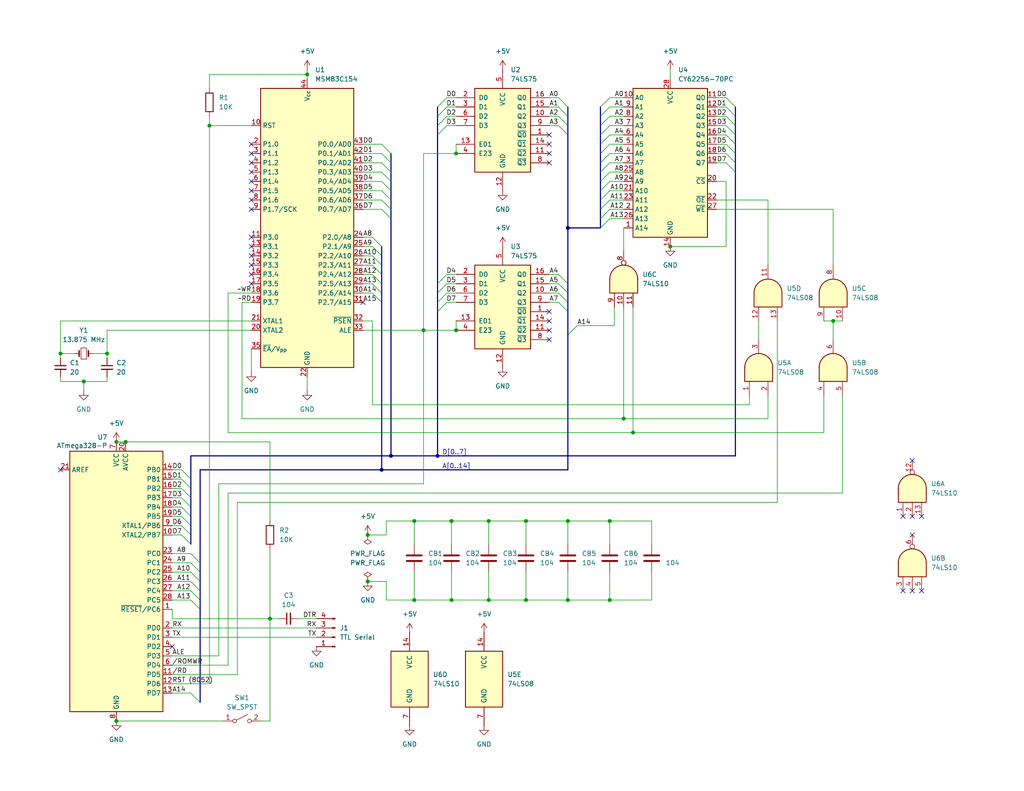
<source format=kicad_sch>
(kicad_sch (version 20250114) (generator "eeschema") (generator_version "9.0")
  (paper "USLetter")
  (lib_symbols
    (symbol "74xx:74LS08" (pin_names (offset 1.016))
      (property "Reference" "U" (at 0 1.27 0))
      (property "Value" "74LS08" (at 0 -1.27 0))
      (symbol "74LS08_1_1"
        (pin input line (at -7.62 2.54 0) (length 3.81) (name "~") (number "1"))
        (pin input line (at -7.62 -2.54 0) (length 3.81) (name "~") (number "2"))
        (pin output line (at 7.62 0 180) (length 3.81) (name "~") (number "3"))
      )
      (symbol "74LS08_1_2"
        (pin input inverted (at -7.62 2.54 0) (length 4.318) (name "~") (number "1"))
        (pin input inverted (at -7.62 -2.54 0) (length 4.318) (name "~") (number "2"))
        (pin output inverted (at 7.62 0 180) (length 3.81) (name "~") (number "3"))
      )
      (symbol "74LS08_2_1"
        (pin input line (at -7.62 2.54 0) (length 3.81) (name "~") (number "4"))
        (pin input line (at -7.62 -2.54 0) (length 3.81) (name "~") (number "5"))
        (pin output line (at 7.62 0 180) (length 3.81) (name "~") (number "6"))
      )
      (symbol "74LS08_2_2"
        (pin input inverted (at -7.62 2.54 0) (length 4.318) (name "~") (number "4"))
        (pin input inverted (at -7.62 -2.54 0) (length 4.318) (name "~") (number "5"))
        (pin output inverted (at 7.62 0 180) (length 3.81) (name "~") (number "6"))
      )
      (symbol "74LS08_3_1"
        (pin input line (at -7.62 2.54 0) (length 3.81) (name "~") (number "9"))
        (pin input line (at -7.62 -2.54 0) (length 3.81) (name "~") (number "10"))
        (pin output line (at 7.62 0 180) (length 3.81) (name "~") (number "8"))
      )
      (symbol "74LS08_3_2"
        (pin input inverted (at -7.62 2.54 0) (length 4.318) (name "~") (number "9"))
        (pin input inverted (at -7.62 -2.54 0) (length 4.318) (name "~") (number "10"))
        (pin output inverted (at 7.62 0 180) (length 3.81) (name "~") (number "8"))
      )
      (symbol "74LS08_4_1"
        (pin input line (at -7.62 2.54 0) (length 3.81) (name "~") (number "12"))
        (pin input line (at -7.62 -2.54 0) (length 3.81) (name "~") (number "13"))
        (pin output line (at 7.62 0 180) (length 3.81) (name "~") (number "11"))
      )
      (symbol "74LS08_4_2"
        (pin input inverted (at -7.62 2.54 0) (length 4.318) (name "~") (number "12"))
        (pin input inverted (at -7.62 -2.54 0) (length 4.318) (name "~") (number "13"))
        (pin output inverted (at 7.62 0 180) (length 3.81) (name "~") (number "11"))
      )
      (symbol "74LS08_5_0"
        (pin power_in line (at 0 12.7 270) (length 5.08) (name "VCC") (number "14"))
        (pin power_in line (at 0 -12.7 90) (length 5.08) (name "GND") (number "7"))
      )
    )
    (symbol "74xx:74LS10" (pin_names (offset 1.016))
      (property "Reference" "U" (at 0 1.27 0))
      (property "Value" "74LS10" (at 0 -1.27 0))
      (symbol "74LS10_1_1"
        (pin input line (at -7.62 2.54 0) (length 3.81) (name "~") (number "1"))
        (pin input line (at -7.62 0 0) (length 3.81) (name "~") (number "2"))
        (pin input line (at -7.62 -2.54 0) (length 3.81) (name "~") (number "13"))
        (pin output inverted (at 7.62 0 180) (length 3.81) (name "~") (number "12"))
      )
      (symbol "74LS10_1_2"
        (pin input inverted (at -7.62 2.54 0) (length 4.318) (name "~") (number "1"))
        (pin input inverted (at -7.62 0 0) (length 4.953) (name "~") (number "2"))
        (pin input inverted (at -7.62 -2.54 0) (length 4.318) (name "~") (number "13"))
        (pin output line (at 7.62 0 180) (length 3.81) (name "~") (number "12"))
      )
      (symbol "74LS10_2_1"
        (pin input line (at -7.62 2.54 0) (length 3.81) (name "~") (number "3"))
        (pin input line (at -7.62 0 0) (length 3.81) (name "~") (number "4"))
        (pin input line (at -7.62 -2.54 0) (length 3.81) (name "~") (number "5"))
        (pin output inverted (at 7.62 0 180) (length 3.81) (name "~") (number "6"))
      )
      (symbol "74LS10_2_2"
        (pin input inverted (at -7.62 2.54 0) (length 4.318) (name "~") (number "3"))
        (pin input inverted (at -7.62 0 0) (length 4.953) (name "~") (number "4"))
        (pin input inverted (at -7.62 -2.54 0) (length 4.318) (name "~") (number "5"))
        (pin output line (at 7.62 0 180) (length 3.81) (name "~") (number "6"))
      )
      (symbol "74LS10_3_1"
        (pin input line (at -7.62 2.54 0) (length 3.81) (name "~") (number "9"))
        (pin input line (at -7.62 0 0) (length 3.81) (name "~") (number "10"))
        (pin input line (at -7.62 -2.54 0) (length 3.81) (name "~") (number "11"))
        (pin output inverted (at 7.62 0 180) (length 3.81) (name "~") (number "8"))
      )
      (symbol "74LS10_3_2"
        (pin input inverted (at -7.62 2.54 0) (length 4.318) (name "~") (number "9"))
        (pin input inverted (at -7.62 0 0) (length 4.953) (name "~") (number "10"))
        (pin input inverted (at -7.62 -2.54 0) (length 4.318) (name "~") (number "11"))
        (pin output line (at 7.62 0 180) (length 3.81) (name "~") (number "8"))
      )
      (symbol "74LS10_4_0"
        (pin power_in line (at 0 12.7 270) (length 5.08) (name "VCC") (number "14"))
        (pin power_in line (at 0 -12.7 90) (length 5.08) (name "GND") (number "7"))
      )
    )
    (symbol "74xx:74LS75" (pin_names (offset 1.016))
      (property "Reference" "U" (at -7.62 11.43 0))
      (property "Value" "74LS75" (at -7.62 -13.97 0))
      (symbol "74LS75_1_0"
        (pin input line (at -12.7 7.62 0) (length 5.08) (name "D0") (number "2"))
        (pin input line (at -12.7 5.08 0) (length 5.08) (name "D1") (number "3"))
        (pin input line (at -12.7 2.54 0) (length 5.08) (name "D2") (number "6"))
        (pin input line (at -12.7 0 0) (length 5.08) (name "D3") (number "7"))
        (pin input line (at -12.7 -5.08 0) (length 5.08) (name "E01") (number "13"))
        (pin input line (at -12.7 -7.62 0) (length 5.08) (name "E23") (number "4"))
        (pin power_in line (at 0 15.24 270) (length 5.08) (name "VCC") (number "5"))
        (pin power_in line (at 0 -17.78 90) (length 5.08) (name "GND") (number "12"))
        (pin output line (at 12.7 7.62 180) (length 5.08) (name "Q0") (number "16"))
        (pin output line (at 12.7 5.08 180) (length 5.08) (name "Q1") (number "15"))
        (pin output line (at 12.7 2.54 180) (length 5.08) (name "Q2") (number "10"))
        (pin output line (at 12.7 0 180) (length 5.08) (name "Q3") (number "9"))
        (pin output line (at 12.7 -2.54 180) (length 5.08) (name "~{Q0}") (number "1"))
        (pin output line (at 12.7 -5.08 180) (length 5.08) (name "~{Q1}") (number "14"))
        (pin output line (at 12.7 -7.62 180) (length 5.08) (name "~{Q2}") (number "11"))
        (pin output line (at 12.7 -10.16 180) (length 5.08) (name "~{Q3}") (number "8"))
      )
    )
    (symbol "Connector:Conn_01x04_Pin" (pin_names (offset 1.016) (hide yes))
      (property "Reference" "J" (at 0 5.08 0))
      (property "Value" "Conn_01x04_Pin" (at 0 -7.62 0))
      (symbol "Conn_01x04_Pin_1_1"
        (pin passive line (at 5.08 2.54 180) (length 3.81) (name "Pin_1") (number "1"))
        (pin passive line (at 5.08 0 180) (length 3.81) (name "Pin_2") (number "2"))
        (pin passive line (at 5.08 -2.54 180) (length 3.81) (name "Pin_3") (number "3"))
        (pin passive line (at 5.08 -5.08 180) (length 3.81) (name "Pin_4") (number "4"))
      )
    )
    (symbol "Device:C" (pin_numbers (hide yes)) (pin_names (offset 0.254))
      (property "Reference" "C" (at 0.635 2.54 0))
      (property "Value" "C" (at 0.635 -2.54 0))
      (symbol "C_1_1"
        (pin passive line (at 0 3.81 270) (length 2.794) (name "~") (number "1"))
        (pin passive line (at 0 -3.81 90) (length 2.794) (name "~") (number "2"))
      )
    )
    (symbol "Device:C_Small" (pin_numbers (hide yes)) (pin_names (offset 0.254) (hide yes))
      (property "Reference" "C" (at 0.254 1.778 0))
      (property "Value" "C_Small" (at 0.254 -2.032 0))
      (symbol "C_Small_1_1"
        (pin passive line (at 0 2.54 270) (length 2.032) (name "~") (number "1"))
        (pin passive line (at 0 -2.54 90) (length 2.032) (name "~") (number "2"))
      )
    )
    (symbol "Device:Crystal_Small" (pin_numbers (hide yes)) (pin_names (offset 1.016) (hide yes))
      (property "Reference" "Y" (at 0 2.54 0))
      (property "Value" "Crystal_Small" (at 0 -2.54 0))
      (symbol "Crystal_Small_1_1"
        (pin passive line (at -2.54 0 0) (length 1.27) (name "1") (number "1"))
        (pin passive line (at 2.54 0 180) (length 1.27) (name "2") (number "2"))
      )
    )
    (symbol "Device:R" (pin_numbers (hide yes)) (pin_names (offset 0))
      (property "Reference" "R" (at 2.032 0 90))
      (property "Value" "R" (at 0 0 90))
      (symbol "R_1_1"
        (pin passive line (at 0 3.81 270) (length 1.27) (name "~") (number "1"))
        (pin passive line (at 0 -3.81 90) (length 1.27) (name "~") (number "2"))
      )
    )
    (symbol "MCU_Microchip_8051:AT89x51xxJ"
      (property "Reference" "U" (at 0 0 0))
      (property "Value" "AT89x51xxJ" (at 0 0 0))
      (symbol "AT89x51xxJ_1_0"
        (pin bidirectional line (at -15.24 17.78 0) (length 2.54) (name "P1.2") (number "4"))
      )
      (symbol "AT89x51xxJ_1_1"
        (pin input line (at -15.24 27.94 0) (length 2.54) (name "RST") (number "10"))
        (pin bidirectional line (at -15.24 22.86 0) (length 2.54) (name "P1.0") (number "2"))
        (pin bidirectional line (at -15.24 20.32 0) (length 2.54) (name "P1.1") (number "3"))
        (pin bidirectional line (at -15.24 15.24 0) (length 2.54) (name "P1.3") (number "5"))
        (pin bidirectional line (at -15.24 12.7 0) (length 2.54) (name "P1.4") (number "6"))
        (pin bidirectional line (at -15.24 10.16 0) (length 2.54) (name "P1.5") (number "7"))
        (pin bidirectional line (at -15.24 7.62 0) (length 2.54) (name "P1.6") (number "8"))
        (pin bidirectional line (at -15.24 5.08 0) (length 2.54) (name "P1.7/SCK") (number "9"))
        (pin bidirectional line (at -15.24 -2.54 0) (length 2.54) (name "P3.0") (number "11"))
        (pin bidirectional line (at -15.24 -5.08 0) (length 2.54) (name "P3.1") (number "13"))
        (pin bidirectional line (at -15.24 -7.62 0) (length 2.54) (name "P3.2") (number "14"))
        (pin bidirectional line (at -15.24 -10.16 0) (length 2.54) (name "P3.3") (number "15"))
        (pin bidirectional line (at -15.24 -12.7 0) (length 2.54) (name "P3.4") (number "16"))
        (pin bidirectional line (at -15.24 -15.24 0) (length 2.54) (name "P3.5") (number "17"))
        (pin bidirectional line (at -15.24 -17.78 0) (length 2.54) (name "P3.6") (number "18"))
        (pin bidirectional line (at -15.24 -20.32 0) (length 2.54) (name "P3.7") (number "19"))
        (pin input line (at -15.24 -25.4 0) (length 2.54) (name "XTAL1") (number "21"))
        (pin input line (at -15.24 -27.94 0) (length 2.54) (name "XTAL2") (number "20"))
        (pin input line (at -15.24 -33.02 0) (length 2.54) (name "~{EA}/V_{pp}") (number "35"))
        (pin power_in line (at 0 40.64 270) (length 2.54) (name "V_{cc}") (number "44"))
        (pin power_in line (at 0 -40.64 90) (length 2.54) (name "GND") (number "22"))
        (pin no_connect line (at 12.7 35.56 180) (length 2.54) (hide yes) (name "NC") (number "1"))
        (pin no_connect line (at 12.7 33.02 180) (length 2.54) (hide yes) (name "NC") (number "12"))
        (pin no_connect line (at 12.7 30.48 180) (length 2.54) (hide yes) (name "NC") (number "23"))
        (pin no_connect line (at 12.7 27.94 180) (length 2.54) (hide yes) (name "NC") (number "34"))
        (pin bidirectional line (at 15.24 22.86 180) (length 2.54) (name "P0.0/AD0") (number "43"))
        (pin bidirectional line (at 15.24 20.32 180) (length 2.54) (name "P0.1/AD1") (number "42"))
        (pin bidirectional line (at 15.24 17.78 180) (length 2.54) (name "P0.2/AD2") (number "41"))
        (pin bidirectional line (at 15.24 15.24 180) (length 2.54) (name "P0.3/AD3") (number "40"))
        (pin bidirectional line (at 15.24 12.7 180) (length 2.54) (name "P0.4/AD4") (number "39"))
        (pin bidirectional line (at 15.24 10.16 180) (length 2.54) (name "P0.5/AD5") (number "38"))
        (pin bidirectional line (at 15.24 7.62 180) (length 2.54) (name "P0.6/AD6") (number "37"))
        (pin bidirectional line (at 15.24 5.08 180) (length 2.54) (name "P0.7/AD7") (number "36"))
        (pin bidirectional line (at 15.24 -2.54 180) (length 2.54) (name "P2.0/A8") (number "24"))
        (pin bidirectional line (at 15.24 -5.08 180) (length 2.54) (name "P2.1/A9") (number "25"))
        (pin bidirectional line (at 15.24 -7.62 180) (length 2.54) (name "P2.2/A10") (number "26"))
        (pin bidirectional line (at 15.24 -10.16 180) (length 2.54) (name "P2.3/A11") (number "27"))
        (pin bidirectional line (at 15.24 -12.7 180) (length 2.54) (name "P2.4/A12") (number "28"))
        (pin bidirectional line (at 15.24 -15.24 180) (length 2.54) (name "P2.5/A13") (number "29"))
        (pin bidirectional line (at 15.24 -17.78 180) (length 2.54) (name "P2.6/A14") (number "30"))
        (pin bidirectional line (at 15.24 -20.32 180) (length 2.54) (name "P2.7/A15") (number "31"))
        (pin output line (at 15.24 -25.4 180) (length 2.54) (name "~{PSEN}") (number "32"))
        (pin output line (at 15.24 -27.94 180) (length 2.54) (name "ALE") (number "33"))
      )
    )
    (symbol "MCU_Microchip_ATmega:ATmega328-P"
      (property "Reference" "U" (at -12.7 36.83 0))
      (property "Value" "ATmega328-P" (at 2.54 -36.83 0))
      (symbol "ATmega328-P_1_1"
        (pin passive line (at -15.24 30.48 0) (length 2.54) (name "AREF") (number "21"))
        (pin power_in line (at 0 38.1 270) (length 2.54) (name "VCC") (number "7"))
        (pin passive line (at 0 -38.1 90) (length 2.54) (hide yes) (name "GND") (number "22"))
        (pin power_in line (at 0 -38.1 90) (length 2.54) (name "GND") (number "8"))
        (pin power_in line (at 2.54 38.1 270) (length 2.54) (name "AVCC") (number "20"))
        (pin bidirectional line (at 15.24 30.48 180) (length 2.54) (name "PB0") (number "14"))
        (pin bidirectional line (at 15.24 27.94 180) (length 2.54) (name "PB1") (number "15"))
        (pin bidirectional line (at 15.24 25.4 180) (length 2.54) (name "PB2") (number "16"))
        (pin bidirectional line (at 15.24 22.86 180) (length 2.54) (name "PB3") (number "17"))
        (pin bidirectional line (at 15.24 20.32 180) (length 2.54) (name "PB4") (number "18"))
        (pin bidirectional line (at 15.24 17.78 180) (length 2.54) (name "PB5") (number "19"))
        (pin bidirectional line (at 15.24 15.24 180) (length 2.54) (name "XTAL1/PB6") (number "9"))
        (pin bidirectional line (at 15.24 12.7 180) (length 2.54) (name "XTAL2/PB7") (number "10"))
        (pin bidirectional line (at 15.24 7.62 180) (length 2.54) (name "PC0") (number "23"))
        (pin bidirectional line (at 15.24 5.08 180) (length 2.54) (name "PC1") (number "24"))
        (pin bidirectional line (at 15.24 2.54 180) (length 2.54) (name "PC2") (number "25"))
        (pin bidirectional line (at 15.24 0 180) (length 2.54) (name "PC3") (number "26"))
        (pin bidirectional line (at 15.24 -2.54 180) (length 2.54) (name "PC4") (number "27"))
        (pin bidirectional line (at 15.24 -5.08 180) (length 2.54) (name "PC5") (number "28"))
        (pin bidirectional line (at 15.24 -7.62 180) (length 2.54) (name "~{RESET}/PC6") (number "1"))
        (pin bidirectional line (at 15.24 -12.7 180) (length 2.54) (name "PD0") (number "2"))
        (pin bidirectional line (at 15.24 -15.24 180) (length 2.54) (name "PD1") (number "3"))
        (pin bidirectional line (at 15.24 -17.78 180) (length 2.54) (name "PD2") (number "4"))
        (pin bidirectional line (at 15.24 -20.32 180) (length 2.54) (name "PD3") (number "5"))
        (pin bidirectional line (at 15.24 -22.86 180) (length 2.54) (name "PD4") (number "6"))
        (pin bidirectional line (at 15.24 -25.4 180) (length 2.54) (name "PD5") (number "11"))
        (pin bidirectional line (at 15.24 -27.94 180) (length 2.54) (name "PD6") (number "12"))
        (pin bidirectional line (at 15.24 -30.48 180) (length 2.54) (name "PD7") (number "13"))
      )
    )
    (symbol "Memory_RAM:CY62256-70PC"
      (property "Reference" "U" (at -10.16 20.955 0))
      (property "Value" "CY62256-70PC" (at 2.54 20.955 0))
      (symbol "CY62256-70PC_0_0"
        (pin power_in line (at 0 22.86 270) (length 2.54) (name "VCC") (number "28"))
        (pin power_in line (at 0 -22.86 90) (length 2.54) (name "GND") (number "14"))
      )
      (symbol "CY62256-70PC_1_1"
        (pin input line (at -12.7 17.78 0) (length 2.54) (name "A0") (number "10"))
        (pin input line (at -12.7 15.24 0) (length 2.54) (name "A1") (number "9"))
        (pin input line (at -12.7 12.7 0) (length 2.54) (name "A2") (number "8"))
        (pin input line (at -12.7 10.16 0) (length 2.54) (name "A3") (number "7"))
        (pin input line (at -12.7 7.62 0) (length 2.54) (name "A4") (number "6"))
        (pin input line (at -12.7 5.08 0) (length 2.54) (name "A5") (number "5"))
        (pin input line (at -12.7 2.54 0) (length 2.54) (name "A6") (number "4"))
        (pin input line (at -12.7 0 0) (length 2.54) (name "A7") (number "3"))
        (pin input line (at -12.7 -2.54 0) (length 2.54) (name "A8") (number "25"))
        (pin input line (at -12.7 -5.08 0) (length 2.54) (name "A9") (number "24"))
        (pin input line (at -12.7 -7.62 0) (length 2.54) (name "A10") (number "21"))
        (pin input line (at -12.7 -10.16 0) (length 2.54) (name "A11") (number "23"))
        (pin input line (at -12.7 -12.7 0) (length 2.54) (name "A12") (number "2"))
        (pin input line (at -12.7 -15.24 0) (length 2.54) (name "A13") (number "26"))
        (pin input line (at -12.7 -17.78 0) (length 2.54) (name "A14") (number "1"))
        (pin tri_state line (at 12.7 17.78 180) (length 2.54) (name "Q0") (number "11"))
        (pin tri_state line (at 12.7 15.24 180) (length 2.54) (name "Q1") (number "12"))
        (pin tri_state line (at 12.7 12.7 180) (length 2.54) (name "Q2") (number "13"))
        (pin tri_state line (at 12.7 10.16 180) (length 2.54) (name "Q3") (number "15"))
        (pin tri_state line (at 12.7 7.62 180) (length 2.54) (name "Q4") (number "16"))
        (pin tri_state line (at 12.7 5.08 180) (length 2.54) (name "Q5") (number "17"))
        (pin tri_state line (at 12.7 2.54 180) (length 2.54) (name "Q6") (number "18"))
        (pin tri_state line (at 12.7 0 180) (length 2.54) (name "Q7") (number "19"))
        (pin input line (at 12.7 -5.08 180) (length 2.54) (name "~{CS}") (number "20"))
        (pin input line (at 12.7 -10.16 180) (length 2.54) (name "~{OE}") (number "22"))
        (pin input line (at 12.7 -12.7 180) (length 2.54) (name "~{WE}") (number "27"))
      )
    )
    (symbol "Switch:SW_SPST" (pin_names (offset 0) (hide yes))
      (property "Reference" "SW" (at 0 3.175 0))
      (property "Value" "SW_SPST" (at 0 -2.54 0))
      (symbol "SW_SPST_1_1"
        (pin passive line (at -5.08 0 0) (length 2.54) (name "A") (number "1"))
        (pin passive line (at 5.08 0 180) (length 2.54) (name "B") (number "2"))
      )
    )
    (symbol "power:+5V" (power) (pin_numbers (hide yes)) (pin_names (offset 0) (hide yes))
      (property "Value" "+5V" (at 0 3.556 0))
      (symbol "+5V_1_1"
        (pin power_in line (at 0 0 90) (length 0) (name "~") (number "1"))
      )
    )
    (symbol "power:GND" (power) (pin_numbers (hide yes)) (pin_names (offset 0) (hide yes))
      (property "Value" "GND" (at 0 -3.81 0))
      (symbol "GND_1_1"
        (pin power_in line (at 0 0 270) (length 0) (name "~") (number "1"))
      )
    )
    (symbol "power:PWR_FLAG" (power) (pin_numbers (hide yes)) (pin_names (offset 0) (hide yes))
      (property "Value" "PWR_FLAG" (at 0 3.81 0))
      (symbol "PWR_FLAG_0_0"
        (pin power_out line (at 0 0 90) (length 0) (name "~") (number "1"))
      )
    )
  )
  (junction (at 154.94 142.24))
  (junction (at 143.51 163.83))
  (junction (at 124.46 41.91))
  (junction (at 133.35 163.83))
  (junction (at 170.18 114.3))
  (junction (at 22.86 104.14))
  (junction (at 119.38 124.46))
  (junction (at 113.03 142.24))
  (junction (at 124.46 90.17))
  (junction (at 16.51 96.52))
  (junction (at 166.37 142.24))
  (junction (at 133.35 142.24))
  (junction (at 29.21 96.52))
  (junction (at 100.33 146.05))
  (junction (at 182.88 67.31))
  (junction (at 100.33 158.75))
  (junction (at 123.19 142.24))
  (junction (at 154.94 163.83))
  (junction (at 166.37 163.83))
  (junction (at 123.19 163.83))
  (junction (at 115.57 90.17))
  (junction (at 106.68 124.46))
  (junction (at 172.72 118.11))
  (junction (at 57.15 34.29))
  (junction (at 83.82 20.32))
  (junction (at 227.33 87.63))
  (junction (at 34.29 120.65))
  (junction (at 104.14 128.27))
  (junction (at 113.03 163.83))
  (junction (at 73.66 168.91))
  (junction (at 143.51 142.24))
  (junction (at 154.94 62.23))
  (junction (at 31.75 120.65))
  (junction (at 31.75 196.85))
  (no_connect (at 149.86 85.09))
  (no_connect (at 99.06 82.55))
  (no_connect (at 68.58 57.15))
  (no_connect (at 248.92 161.29))
  (no_connect (at 149.86 87.63))
  (no_connect (at 149.86 90.17))
  (no_connect (at 68.58 67.31))
  (no_connect (at 246.38 140.97))
  (no_connect (at 68.58 77.47))
  (no_connect (at 68.58 52.07))
  (no_connect (at 16.51 128.27))
  (no_connect (at 68.58 41.91))
  (no_connect (at 149.86 41.91))
  (no_connect (at 149.86 44.45))
  (no_connect (at 68.58 72.39))
  (no_connect (at 246.38 161.29))
  (no_connect (at 248.92 146.05))
  (no_connect (at 68.58 44.45))
  (no_connect (at 68.58 39.37))
  (no_connect (at 248.92 140.97))
  (no_connect (at 248.92 125.73))
  (no_connect (at 251.46 140.97))
  (no_connect (at 149.86 36.83))
  (no_connect (at 68.58 64.77))
  (no_connect (at 68.58 54.61))
  (no_connect (at 68.58 69.85))
  (no_connect (at 251.46 161.29))
  (no_connect (at 68.58 49.53))
  (no_connect (at 68.58 46.99))
  (no_connect (at 46.99 176.53))
  (no_connect (at 68.58 74.93))
  (no_connect (at 149.86 39.37))
  (no_connect (at 149.86 92.71))
  (bus_entry (at 121.92 26.67) (size -2.54 2.54))
  (bus_entry (at 154.94 82.55) (size -2.54 -2.54))
  (bus_entry (at 104.14 46.99) (size 2.54 2.54))
  (bus_entry (at 101.6 74.93) (size 2.54 2.54))
  (bus_entry (at 121.92 82.55) (size -2.54 2.54))
  (bus_entry (at 49.53 128.27) (size 2.54 2.54))
  (bus_entry (at 104.14 41.91) (size 2.54 2.54))
  (bus_entry (at 166.37 34.29) (size -2.54 2.54))
  (bus_entry (at 154.94 29.21) (size -2.54 -2.54))
  (bus_entry (at 154.94 36.83) (size -2.54 -2.54))
  (bus_entry (at 104.14 57.15) (size 2.54 2.54))
  (bus_entry (at 198.12 41.91) (size 2.54 2.54))
  (bus_entry (at 154.94 80.01) (size -2.54 -2.54))
  (bus_entry (at 49.53 140.97) (size 2.54 2.54))
  (bus_entry (at 198.12 36.83) (size 2.54 2.54))
  (bus_entry (at 121.92 77.47) (size -2.54 2.54))
  (bus_entry (at 166.37 26.67) (size -2.54 2.54))
  (bus_entry (at 52.07 156.21) (size 2.54 2.54))
  (bus_entry (at 104.14 49.53) (size 2.54 2.54))
  (bus_entry (at 166.37 29.21) (size -2.54 2.54))
  (bus_entry (at 163.83 41.91) (size 2.54 -2.54))
  (bus_entry (at 52.07 151.13) (size 2.54 2.54))
  (bus_entry (at 101.6 72.39) (size 2.54 2.54))
  (bus_entry (at 198.12 34.29) (size 2.54 2.54))
  (bus_entry (at 154.94 85.09) (size -2.54 -2.54))
  (bus_entry (at 52.07 161.29) (size 2.54 2.54))
  (bus_entry (at 166.37 36.83) (size -2.54 2.54))
  (bus_entry (at 198.12 26.67) (size 2.54 2.54))
  (bus_entry (at 121.92 74.93) (size -2.54 2.54))
  (bus_entry (at 163.83 44.45) (size 2.54 -2.54))
  (bus_entry (at 101.6 67.31) (size 2.54 2.54))
  (bus_entry (at 121.92 31.75) (size -2.54 2.54))
  (bus_entry (at 104.14 52.07) (size 2.54 2.54))
  (bus_entry (at 54.61 166.37) (size -2.54 -2.54))
  (bus_entry (at 166.37 52.07) (size -2.54 2.54))
  (bus_entry (at 154.94 31.75) (size -2.54 -2.54))
  (bus_entry (at 52.07 153.67) (size 2.54 2.54))
  (bus_entry (at 121.92 34.29) (size -2.54 2.54))
  (bus_entry (at 49.53 143.51) (size 2.54 2.54))
  (bus_entry (at 121.92 29.21) (size -2.54 2.54))
  (bus_entry (at 166.37 59.69) (size -2.54 2.54))
  (bus_entry (at 49.53 133.35) (size 2.54 2.54))
  (bus_entry (at 101.6 64.77) (size 2.54 2.54))
  (bus_entry (at 198.12 31.75) (size 2.54 2.54))
  (bus_entry (at 198.12 44.45) (size 2.54 2.54))
  (bus_entry (at 154.94 34.29) (size -2.54 -2.54))
  (bus_entry (at 101.6 69.85) (size 2.54 2.54))
  (bus_entry (at 49.53 130.81) (size 2.54 2.54))
  (bus_entry (at 104.14 54.61) (size 2.54 2.54))
  (bus_entry (at 49.53 146.05) (size 2.54 2.54))
  (bus_entry (at 104.14 44.45) (size 2.54 2.54))
  (bus_entry (at 101.6 77.47) (size 2.54 2.54))
  (bus_entry (at 166.37 57.15) (size -2.54 2.54))
  (bus_entry (at 49.53 135.89) (size 2.54 2.54))
  (bus_entry (at 154.94 77.47) (size -2.54 -2.54))
  (bus_entry (at 104.14 39.37) (size 2.54 2.54))
  (bus_entry (at 121.92 80.01) (size -2.54 2.54))
  (bus_entry (at 166.37 49.53) (size -2.54 2.54))
  (bus_entry (at 166.37 54.61) (size -2.54 2.54))
  (bus_entry (at 49.53 138.43) (size 2.54 2.54))
  (bus_entry (at 154.94 91.44) (size 2.54 -2.54))
  (bus_entry (at 163.83 46.99) (size 2.54 -2.54))
  (bus_entry (at 198.12 29.21) (size 2.54 2.54))
  (bus_entry (at 52.07 158.75) (size 2.54 2.54))
  (bus_entry (at 166.37 46.99) (size -2.54 2.54))
  (bus_entry (at 101.6 80.01) (size 2.54 2.54))
  (bus_entry (at 54.61 191.77) (size -2.54 -2.54))
  (bus_entry (at 166.37 31.75) (size -2.54 2.54))
  (bus_entry (at 198.12 39.37) (size 2.54 2.54))
  (wire (pts (xy 62.23 134.62) (xy 62.23 181.61)))
  (wire (pts (xy 166.37 142.24) (xy 166.37 148.59)))
  (wire (pts (xy 76.2 168.91) (xy 73.66 168.91)))
  (wire (pts (xy 101.6 110.49) (xy 204.47 110.49)))
  (wire (pts (xy 152.4 77.47) (xy 149.86 77.47)))
  (wire (pts (xy 46.99 151.13) (xy 52.07 151.13)))
  (wire (pts (xy 177.8 148.59) (xy 177.8 142.24)))
  (bus (pts (xy 200.66 46.99) (xy 200.66 124.46)))
  (bus (pts (xy 163.83 57.15) (xy 163.83 59.69)))
  (wire (pts (xy 229.87 107.95) (xy 229.87 134.62)))
  (wire (pts (xy 66.04 114.3) (xy 170.18 114.3)))
  (bus (pts (xy 200.66 29.21) (xy 200.66 31.75)))
  (wire (pts (xy 212.09 137.16) (xy 64.77 137.16)))
  (wire (pts (xy 16.51 104.14) (xy 16.51 102.87)))
  (wire (pts (xy 22.86 104.14) (xy 22.86 106.68)))
  (wire (pts (xy 83.82 20.32) (xy 83.82 21.59)))
  (wire (pts (xy 68.58 95.25) (xy 68.58 101.6)))
  (wire (pts (xy 154.94 163.83) (xy 143.51 163.83)))
  (wire (pts (xy 212.09 87.63) (xy 212.09 137.16)))
  (wire (pts (xy 166.37 34.29) (xy 170.18 34.29)))
  (wire (pts (xy 133.35 163.83) (xy 123.19 163.83)))
  (wire (pts (xy 143.51 156.21) (xy 143.51 163.83)))
  (wire (pts (xy 46.99 135.89) (xy 49.53 135.89)))
  (wire (pts (xy 133.35 142.24) (xy 143.51 142.24)))
  (wire (pts (xy 209.55 72.39) (xy 209.55 54.61)))
  (wire (pts (xy 166.37 156.21) (xy 166.37 163.83)))
  (bus (pts (xy 52.07 143.51) (xy 52.07 146.05)))
  (bus (pts (xy 154.94 80.01) (xy 154.94 82.55)))
  (bus (pts (xy 104.14 77.47) (xy 104.14 74.93)))
  (wire (pts (xy 16.51 87.63) (xy 68.58 87.63)))
  (wire (pts (xy 46.99 173.99) (xy 86.36 173.99)))
  (wire (pts (xy 167.64 83.82) (xy 167.64 88.9)))
  (wire (pts (xy 99.06 39.37) (xy 104.14 39.37)))
  (bus (pts (xy 200.66 39.37) (xy 200.66 41.91)))
  (wire (pts (xy 209.55 107.95) (xy 209.55 114.3)))
  (wire (pts (xy 99.06 52.07) (xy 104.14 52.07)))
  (wire (pts (xy 64.77 184.15) (xy 46.99 184.15)))
  (wire (pts (xy 99.06 90.17) (xy 115.57 90.17)))
  (bus (pts (xy 163.83 29.21) (xy 163.83 31.75)))
  (wire (pts (xy 170.18 62.23) (xy 170.18 68.58)))
  (wire (pts (xy 83.82 19.05) (xy 83.82 20.32)))
  (wire (pts (xy 133.35 156.21) (xy 133.35 163.83)))
  (bus (pts (xy 163.83 41.91) (xy 163.83 44.45)))
  (bus (pts (xy 163.83 34.29) (xy 163.83 36.83)))
  (wire (pts (xy 227.33 92.71) (xy 227.33 87.63)))
  (wire (pts (xy 62.23 181.61) (xy 46.99 181.61)))
  (wire (pts (xy 124.46 74.93) (xy 121.92 74.93)))
  (bus (pts (xy 106.68 46.99) (xy 106.68 49.53)))
  (bus (pts (xy 52.07 124.46) (xy 106.68 124.46)))
  (wire (pts (xy 152.4 80.01) (xy 149.86 80.01)))
  (bus (pts (xy 52.07 133.35) (xy 52.07 135.89)))
  (wire (pts (xy 172.72 118.11) (xy 62.23 118.11)))
  (wire (pts (xy 143.51 163.83) (xy 133.35 163.83)))
  (wire (pts (xy 166.37 163.83) (xy 177.8 163.83)))
  (bus (pts (xy 119.38 36.83) (xy 119.38 77.47)))
  (wire (pts (xy 152.4 31.75) (xy 149.86 31.75)))
  (wire (pts (xy 62.23 118.11) (xy 62.23 80.01)))
  (wire (pts (xy 46.99 186.69) (xy 57.15 186.69)))
  (bus (pts (xy 154.94 62.23) (xy 154.94 77.47)))
  (wire (pts (xy 133.35 142.24) (xy 133.35 148.59)))
  (bus (pts (xy 200.66 44.45) (xy 200.66 46.99)))
  (wire (pts (xy 86.36 168.91) (xy 81.28 168.91)))
  (wire (pts (xy 224.79 118.11) (xy 172.72 118.11)))
  (bus (pts (xy 119.38 34.29) (xy 119.38 36.83)))
  (wire (pts (xy 124.46 41.91) (xy 115.57 41.91)))
  (wire (pts (xy 170.18 114.3) (xy 209.55 114.3)))
  (wire (pts (xy 99.06 77.47) (xy 101.6 77.47)))
  (wire (pts (xy 16.51 87.63) (xy 16.51 96.52)))
  (wire (pts (xy 113.03 142.24) (xy 113.03 148.59)))
  (wire (pts (xy 143.51 148.59) (xy 143.51 142.24)))
  (bus (pts (xy 200.66 34.29) (xy 200.66 36.83)))
  (bus (pts (xy 104.14 74.93) (xy 104.14 72.39)))
  (bus (pts (xy 54.61 163.83) (xy 54.61 166.37)))
  (wire (pts (xy 198.12 49.53) (xy 198.12 67.31)))
  (bus (pts (xy 54.61 128.27) (xy 104.14 128.27)))
  (wire (pts (xy 46.99 138.43) (xy 49.53 138.43)))
  (bus (pts (xy 54.61 156.21) (xy 54.61 158.75)))
  (wire (pts (xy 195.58 26.67) (xy 198.12 26.67)))
  (wire (pts (xy 64.77 137.16) (xy 64.77 184.15)))
  (wire (pts (xy 113.03 142.24) (xy 123.19 142.24)))
  (bus (pts (xy 163.83 62.23) (xy 154.94 62.23)))
  (wire (pts (xy 46.99 189.23) (xy 52.07 189.23)))
  (wire (pts (xy 68.58 34.29) (xy 57.15 34.29)))
  (bus (pts (xy 119.38 77.47) (xy 119.38 80.01)))
  (bus (pts (xy 54.61 158.75) (xy 54.61 161.29)))
  (wire (pts (xy 22.86 104.14) (xy 29.21 104.14)))
  (bus (pts (xy 154.94 82.55) (xy 154.94 85.09)))
  (bus (pts (xy 52.07 130.81) (xy 52.07 133.35)))
  (wire (pts (xy 207.01 87.63) (xy 207.01 92.71)))
  (wire (pts (xy 167.64 88.9) (xy 157.48 88.9)))
  (wire (pts (xy 124.46 34.29) (xy 121.92 34.29)))
  (bus (pts (xy 154.94 85.09) (xy 154.94 91.44)))
  (wire (pts (xy 115.57 41.91) (xy 115.57 90.17)))
  (wire (pts (xy 99.06 69.85) (xy 101.6 69.85)))
  (bus (pts (xy 119.38 29.21) (xy 119.38 31.75)))
  (wire (pts (xy 105.41 163.83) (xy 105.41 158.75)))
  (wire (pts (xy 195.58 39.37) (xy 198.12 39.37)))
  (wire (pts (xy 152.4 29.21) (xy 149.86 29.21)))
  (wire (pts (xy 59.69 132.08) (xy 59.69 179.07)))
  (wire (pts (xy 83.82 20.32) (xy 57.15 20.32)))
  (wire (pts (xy 124.46 39.37) (xy 124.46 41.91)))
  (wire (pts (xy 124.46 31.75) (xy 121.92 31.75)))
  (bus (pts (xy 104.14 80.01) (xy 104.14 77.47)))
  (bus (pts (xy 106.68 41.91) (xy 106.68 44.45)))
  (bus (pts (xy 163.83 31.75) (xy 163.83 34.29)))
  (wire (pts (xy 105.41 142.24) (xy 113.03 142.24)))
  (wire (pts (xy 46.99 128.27) (xy 49.53 128.27)))
  (bus (pts (xy 163.83 59.69) (xy 163.83 62.23)))
  (wire (pts (xy 124.46 77.47) (xy 121.92 77.47)))
  (bus (pts (xy 104.14 82.55) (xy 104.14 128.27)))
  (wire (pts (xy 99.06 67.31) (xy 101.6 67.31)))
  (wire (pts (xy 59.69 179.07) (xy 46.99 179.07)))
  (bus (pts (xy 104.14 72.39) (xy 104.14 69.85)))
  (wire (pts (xy 166.37 41.91) (xy 170.18 41.91)))
  (wire (pts (xy 99.06 49.53) (xy 104.14 49.53)))
  (wire (pts (xy 182.88 19.05) (xy 182.88 21.59)))
  (wire (pts (xy 73.66 168.91) (xy 73.66 196.85)))
  (bus (pts (xy 104.14 128.27) (xy 154.94 128.27)))
  (wire (pts (xy 57.15 31.75) (xy 57.15 34.29)))
  (wire (pts (xy 46.99 168.91) (xy 73.66 168.91)))
  (wire (pts (xy 29.21 90.17) (xy 68.58 90.17)))
  (wire (pts (xy 29.21 90.17) (xy 29.21 96.52)))
  (wire (pts (xy 68.58 82.55) (xy 66.04 82.55)))
  (wire (pts (xy 195.58 36.83) (xy 198.12 36.83)))
  (wire (pts (xy 166.37 39.37) (xy 170.18 39.37)))
  (wire (pts (xy 152.4 74.93) (xy 149.86 74.93)))
  (wire (pts (xy 143.51 142.24) (xy 154.94 142.24)))
  (wire (pts (xy 101.6 87.63) (xy 99.06 87.63)))
  (wire (pts (xy 124.46 29.21) (xy 121.92 29.21)))
  (wire (pts (xy 46.99 130.81) (xy 49.53 130.81)))
  (wire (pts (xy 57.15 20.32) (xy 57.15 24.13)))
  (wire (pts (xy 177.8 142.24) (xy 166.37 142.24)))
  (wire (pts (xy 73.66 120.65) (xy 73.66 142.24)))
  (wire (pts (xy 166.37 49.53) (xy 170.18 49.53)))
  (wire (pts (xy 195.58 41.91) (xy 198.12 41.91)))
  (wire (pts (xy 25.4 96.52) (xy 29.21 96.52)))
  (bus (pts (xy 154.94 80.01) (xy 154.94 77.47)))
  (wire (pts (xy 46.99 143.51) (xy 49.53 143.51)))
  (bus (pts (xy 52.07 140.97) (xy 52.07 143.51)))
  (wire (pts (xy 115.57 132.08) (xy 59.69 132.08)))
  (bus (pts (xy 106.68 54.61) (xy 106.68 57.15)))
  (wire (pts (xy 99.06 80.01) (xy 101.6 80.01)))
  (wire (pts (xy 170.18 36.83) (xy 166.37 36.83)))
  (wire (pts (xy 99.06 57.15) (xy 104.14 57.15)))
  (bus (pts (xy 106.68 49.53) (xy 106.68 52.07)))
  (wire (pts (xy 31.75 120.65) (xy 34.29 120.65)))
  (bus (pts (xy 104.14 80.01) (xy 104.14 82.55)))
  (bus (pts (xy 104.14 69.85) (xy 104.14 67.31)))
  (wire (pts (xy 166.37 52.07) (xy 170.18 52.07)))
  (bus (pts (xy 52.07 135.89) (xy 52.07 138.43)))
  (bus (pts (xy 154.94 91.44) (xy 154.94 128.27)))
  (wire (pts (xy 16.51 97.79) (xy 16.51 96.52)))
  (bus (pts (xy 119.38 80.01) (xy 119.38 82.55)))
  (bus (pts (xy 119.38 82.55) (xy 119.38 85.09)))
  (bus (pts (xy 119.38 124.46) (xy 200.66 124.46)))
  (wire (pts (xy 123.19 142.24) (xy 123.19 148.59)))
  (wire (pts (xy 46.99 158.75) (xy 52.07 158.75)))
  (wire (pts (xy 115.57 90.17) (xy 115.57 132.08)))
  (bus (pts (xy 54.61 153.67) (xy 54.61 156.21)))
  (bus (pts (xy 106.68 124.46) (xy 119.38 124.46)))
  (wire (pts (xy 166.37 31.75) (xy 170.18 31.75)))
  (wire (pts (xy 16.51 96.52) (xy 20.32 96.52)))
  (bus (pts (xy 52.07 146.05) (xy 52.07 148.59)))
  (wire (pts (xy 172.72 83.82) (xy 172.72 118.11)))
  (bus (pts (xy 154.94 36.83) (xy 154.94 62.23)))
  (wire (pts (xy 46.99 140.97) (xy 49.53 140.97)))
  (bus (pts (xy 54.61 128.27) (xy 54.61 153.67)))
  (wire (pts (xy 124.46 80.01) (xy 121.92 80.01)))
  (wire (pts (xy 166.37 59.69) (xy 170.18 59.69)))
  (wire (pts (xy 99.06 74.93) (xy 101.6 74.93)))
  (wire (pts (xy 195.58 54.61) (xy 209.55 54.61)))
  (wire (pts (xy 101.6 87.63) (xy 101.6 110.49)))
  (bus (pts (xy 54.61 166.37) (xy 54.61 191.77)))
  (wire (pts (xy 170.18 83.82) (xy 170.18 114.3)))
  (bus (pts (xy 119.38 85.09) (xy 119.38 124.46)))
  (wire (pts (xy 105.41 158.75) (xy 100.33 158.75)))
  (wire (pts (xy 166.37 46.99) (xy 170.18 46.99)))
  (wire (pts (xy 123.19 156.21) (xy 123.19 163.83)))
  (wire (pts (xy 227.33 57.15) (xy 227.33 72.39)))
  (bus (pts (xy 52.07 138.43) (xy 52.07 140.97)))
  (wire (pts (xy 124.46 82.55) (xy 121.92 82.55)))
  (wire (pts (xy 113.03 156.21) (xy 113.03 163.83)))
  (wire (pts (xy 46.99 156.21) (xy 52.07 156.21)))
  (bus (pts (xy 154.94 29.21) (xy 154.94 31.75)))
  (wire (pts (xy 166.37 163.83) (xy 154.94 163.83)))
  (wire (pts (xy 46.99 153.67) (xy 52.07 153.67)))
  (wire (pts (xy 31.75 196.85) (xy 60.96 196.85)))
  (wire (pts (xy 195.58 29.21) (xy 198.12 29.21)))
  (wire (pts (xy 204.47 110.49) (xy 204.47 107.95)))
  (wire (pts (xy 123.19 163.83) (xy 113.03 163.83)))
  (wire (pts (xy 16.51 104.14) (xy 22.86 104.14)))
  (wire (pts (xy 166.37 29.21) (xy 170.18 29.21)))
  (wire (pts (xy 224.79 87.63) (xy 227.33 87.63)))
  (wire (pts (xy 73.66 149.86) (xy 73.66 168.91)))
  (wire (pts (xy 29.21 104.14) (xy 29.21 102.87)))
  (bus (pts (xy 163.83 36.83) (xy 163.83 39.37)))
  (bus (pts (xy 200.66 31.75) (xy 200.66 34.29)))
  (bus (pts (xy 119.38 31.75) (xy 119.38 34.29)))
  (wire (pts (xy 154.94 156.21) (xy 154.94 163.83)))
  (wire (pts (xy 113.03 163.83) (xy 105.41 163.83)))
  (bus (pts (xy 200.66 41.91) (xy 200.66 44.45)))
  (bus (pts (xy 163.83 44.45) (xy 163.83 46.99)))
  (bus (pts (xy 106.68 44.45) (xy 106.68 46.99)))
  (wire (pts (xy 46.99 171.45) (xy 86.36 171.45)))
  (wire (pts (xy 195.58 49.53) (xy 198.12 49.53)))
  (wire (pts (xy 46.99 146.05) (xy 49.53 146.05)))
  (wire (pts (xy 123.19 142.24) (xy 133.35 142.24)))
  (wire (pts (xy 115.57 90.17) (xy 124.46 90.17)))
  (wire (pts (xy 152.4 34.29) (xy 149.86 34.29)))
  (wire (pts (xy 73.66 120.65) (xy 34.29 120.65)))
  (bus (pts (xy 163.83 54.61) (xy 163.83 57.15)))
  (wire (pts (xy 195.58 57.15) (xy 227.33 57.15)))
  (wire (pts (xy 154.94 142.24) (xy 154.94 148.59)))
  (bus (pts (xy 54.61 161.29) (xy 54.61 163.83)))
  (wire (pts (xy 73.66 196.85) (xy 71.12 196.85)))
  (wire (pts (xy 124.46 87.63) (xy 124.46 90.17)))
  (wire (pts (xy 46.99 161.29) (xy 52.07 161.29)))
  (wire (pts (xy 154.94 142.24) (xy 166.37 142.24)))
  (bus (pts (xy 52.07 124.46) (xy 52.07 130.81)))
  (wire (pts (xy 99.06 64.77) (xy 101.6 64.77)))
  (wire (pts (xy 166.37 54.61) (xy 170.18 54.61)))
  (wire (pts (xy 99.06 54.61) (xy 104.14 54.61)))
  (wire (pts (xy 152.4 82.55) (xy 149.86 82.55)))
  (wire (pts (xy 227.33 87.63) (xy 229.87 87.63)))
  (bus (pts (xy 106.68 57.15) (xy 106.68 59.69)))
  (wire (pts (xy 195.58 34.29) (xy 198.12 34.29)))
  (wire (pts (xy 99.06 44.45) (xy 104.14 44.45)))
  (wire (pts (xy 224.79 107.95) (xy 224.79 118.11)))
  (wire (pts (xy 66.04 82.55) (xy 66.04 114.3)))
  (wire (pts (xy 62.23 134.62) (xy 229.87 134.62)))
  (wire (pts (xy 124.46 26.67) (xy 121.92 26.67)))
  (wire (pts (xy 166.37 26.67) (xy 170.18 26.67)))
  (wire (pts (xy 195.58 31.75) (xy 198.12 31.75)))
  (wire (pts (xy 198.12 67.31) (xy 182.88 67.31)))
  (bus (pts (xy 163.83 46.99) (xy 163.83 49.53)))
  (wire (pts (xy 46.99 163.83) (xy 52.07 163.83)))
  (bus (pts (xy 163.83 52.07) (xy 163.83 54.61)))
  (wire (pts (xy 57.15 34.29) (xy 57.15 186.69)))
  (wire (pts (xy 166.37 57.15) (xy 170.18 57.15)))
  (wire (pts (xy 100.33 146.05) (xy 105.41 146.05)))
  (wire (pts (xy 46.99 166.37) (xy 46.99 168.91)))
  (bus (pts (xy 163.83 39.37) (xy 163.83 41.91)))
  (wire (pts (xy 99.06 46.99) (xy 104.14 46.99)))
  (bus (pts (xy 106.68 59.69) (xy 106.68 124.46)))
  (bus (pts (xy 163.83 49.53) (xy 163.83 52.07)))
  (bus (pts (xy 154.94 34.29) (xy 154.94 36.83)))
  (wire (pts (xy 105.41 146.05) (xy 105.41 142.24)))
  (wire (pts (xy 177.8 163.83) (xy 177.8 156.21)))
  (wire (pts (xy 99.06 72.39) (xy 101.6 72.39)))
  (wire (pts (xy 195.58 44.45) (xy 198.12 44.45)))
  (wire (pts (xy 46.99 133.35) (xy 49.53 133.35)))
  (wire (pts (xy 83.82 102.87) (xy 83.82 106.68)))
  (wire (pts (xy 166.37 44.45) (xy 170.18 44.45)))
  (wire (pts (xy 29.21 97.79) (xy 29.21 96.52)))
  (bus (pts (xy 200.66 36.83) (xy 200.66 39.37)))
  (bus (pts (xy 154.94 31.75) (xy 154.94 34.29)))
  (bus (pts (xy 106.68 52.07) (xy 106.68 54.61)))
  (wire (pts (xy 62.23 80.01) (xy 68.58 80.01)))
  (wire (pts (xy 99.06 41.91) (xy 104.14 41.91)))
  (wire (pts (xy 152.4 26.67) (xy 149.86 26.67)))
  (label "A14" (at 99.06 80.01 0))
  (label "A4" (at 170.18 36.83 180))
  (label "A3" (at 149.86 34.29 0))
  (label "ALE" (at 46.99 179.07 0))
  (label "A5" (at 149.86 77.47 0))
  (label "{slash}RD" (at 46.99 184.15 0))
  (label "TX" (at 86.36 173.99 180))
  (label "A3" (at 170.18 34.29 180))
  (label "A2" (at 170.18 31.75 180))
  (label "RX" (at 86.36 171.45 180))
  (label "D3" (at 124.46 34.29 180))
  (label "D1" (at 99.06 41.91 0))
  (label "D5" (at 124.46 77.47 180))
  (label "D4" (at 99.06 49.53 0))
  (label "A0" (at 149.86 26.67 0))
  (label "D3" (at 46.99 135.89 0))
  (label "D0" (at 124.46 26.67 180))
  (label "A9" (at 99.06 67.31 0))
  (label "D2" (at 124.46 31.75 180))
  (label "~WR" (at 68.58 80.01 180))
  (label "A11" (at 48.26 158.75 0))
  (label "A[0..14]" (at 120.65 128.27 0))
  (label "A6" (at 170.18 41.91 180))
  (label "A12" (at 99.06 74.93 0))
  (label "A8" (at 99.06 64.77 0))
  (label "D1" (at 124.46 29.21 180))
  (label "D2" (at 195.58 31.75 0))
  (label "D0" (at 46.99 128.27 0))
  (label "D3" (at 99.06 46.99 0))
  (label "D1" (at 46.99 130.81 0))
  (label "D6" (at 46.99 143.51 0))
  (label "A7" (at 170.18 44.45 180))
  (label "A8" (at 48.26 151.13 0))
  (label "A15" (at 99.06 82.55 0))
  (label "{slash}ROMWR" (at 46.99 181.61 0))
  (label "~RD" (at 68.58 82.55 180))
  (label "A13" (at 48.26 163.83 0))
  (label "A11" (at 99.06 72.39 0))
  (label "A6" (at 149.86 80.01 0))
  (label "D6" (at 195.58 41.91 0))
  (label "D7" (at 99.06 57.15 0))
  (label "A4" (at 149.86 74.93 0))
  (label "A10" (at 99.06 69.85 0))
  (label "A2" (at 149.86 31.75 0))
  (label "D7" (at 124.46 82.55 180))
  (label "RST (8052)" (at 46.99 186.69 0))
  (label "D0" (at 99.06 39.37 0))
  (label "D5" (at 99.06 52.07 0))
  (label "A13" (at 99.06 77.47 0))
  (label "A10" (at 48.26 156.21 0))
  (label "DTR" (at 86.36 168.91 180))
  (label "A8" (at 170.18 46.99 180))
  (label "A5" (at 170.18 39.37 180))
  (label "A11" (at 170.18 54.61 180))
  (label "D0" (at 195.58 26.67 0))
  (label "D2" (at 99.06 44.45 0))
  (label "D5" (at 195.58 39.37 0))
  (label "D2" (at 46.99 133.35 0))
  (label "A12" (at 48.26 161.29 0))
  (label "A14" (at 157.48 88.9 0))
  (label "D4" (at 195.58 36.83 0))
  (label "A9" (at 48.26 153.67 0))
  (label "RX" (at 46.99 171.45 0))
  (label "TX" (at 46.99 173.99 0))
  (label "D4" (at 46.99 138.43 0))
  (label "D5" (at 46.99 140.97 0))
  (label "A14" (at 46.99 189.23 0))
  (label "D3" (at 195.58 34.29 0))
  (label "A9" (at 170.18 49.53 180))
  (label "D4" (at 124.46 74.93 180))
  (label "D6" (at 99.06 54.61 0))
  (label "D[0..7]" (at 120.65 124.46 0))
  (label "A1" (at 170.18 29.21 180))
  (label "A7" (at 149.86 82.55 0))
  (label "D7" (at 195.58 44.45 0))
  (label "A12" (at 170.18 57.15 180))
  (label "A13" (at 170.18 59.69 180))
  (label "D7" (at 46.99 146.05 0))
  (label "A1" (at 149.86 29.21 0))
  (label "A10" (at 170.18 52.07 180))
  (label "A0" (at 170.18 26.67 180))
  (label "D1" (at 195.58 29.21 0))
  (label "D6" (at 124.46 80.01 180))
  (symbol (lib_id "Device:C") (at 166.37 152.4 0) (unit 1)
    (property "Reference" "CB6" (at 170.18 151.1299 0) (effects (justify left)))
    (property "Value" "104" (at 170.18 153.6699 0) (effects (justify left)))
    (property "Description" "Unpolarized capacitor" (effects (hide yes)))
  )
  (symbol (lib_id "power:+5V") (at 182.88 19.05 0) (unit 1)
    (property "Reference" "#PWR012" (effects (hide yes)))
    (property "Value" "+5V" (at 182.88 13.97 0))
    (property "Description" "Power symbol creates a global label with name \"+5V\"" (effects (hide yes)))
  )
  (symbol (lib_id "74xx:74LS10") (at 111.76 185.42 0) (unit 4)
    (property "Reference" "U6" (at 118.11 184.1499 0) (effects (justify left)))
    (property "Value" "74LS10" (at 118.11 186.6899 0) (effects (justify left)))
    (property "Datasheet" "http://www.ti.com/lit/gpn/sn74LS10" (effects (hide yes)))
    (property "Description" "Triple 3-input NAND" (effects (hide yes)))
  )
  (symbol (lib_id "74xx:74LS10") (at 248.92 133.35 90) (unit 1)
    (property "Reference" "U6" (at 254 132.0882 90) (effects (justify right)))
    (property "Value" "74LS10" (at 254 134.6282 90) (effects (justify right)))
    (property "Datasheet" "http://www.ti.com/lit/gpn/sn74LS10" (effects (hide yes)))
    (property "Description" "Triple 3-input NAND" (effects (hide yes)))
  )
  (symbol (lib_id "74xx:74LS08") (at 227.33 80.01 90) (unit 3)
    (property "Reference" "U5" (at 232.41 78.7482 90) (effects (justify right)))
    (property "Value" "74LS08" (at 232.41 81.2882 90) (effects (justify right)))
    (property "Datasheet" "http://www.ti.com/lit/gpn/sn74LS08" (effects (hide yes)))
    (property "Description" "Quad And2" (effects (hide yes)))
  )
  (symbol (lib_id "74xx:74LS10") (at 248.92 153.67 90) (unit 2)
    (property "Reference" "U6" (at 254 152.4082 90) (effects (justify right)))
    (property "Value" "74LS10" (at 254 154.9482 90) (effects (justify right)))
    (property "Datasheet" "http://www.ti.com/lit/gpn/sn74LS10" (effects (hide yes)))
    (property "Description" "Triple 3-input NAND" (effects (hide yes)))
  )
  (symbol (lib_id "power:GND") (at 100.33 158.75 0) (unit 1)
    (property "Reference" "#PWR07" (effects (hide yes)))
    (property "Value" "GND" (at 100.33 163.83 0))
    (property "Description" "Power symbol creates a global label with name \"GND\" , ground" (effects (hide yes)))
  )
  (symbol (lib_id "power:GND") (at 68.58 101.6 0) (unit 1)
    (property "Reference" "#PWR06" (effects (hide yes)))
    (property "Value" "GND" (at 68.58 106.68 0))
    (property "Description" "Power symbol creates a global label with name \"GND\" , ground" (effects (hide yes)))
  )
  (symbol (lib_id "MCU_Microchip_8051:AT89x51xxJ") (at 83.82 62.23 0) (unit 1)
    (property "Reference" "U1" (at 85.9633 19.05 0) (effects (justify left)))
    (property "Value" "MSM83C154" (at 85.9633 21.59 0) (effects (justify left)))
    (property "Footprint" "Package_DIP:DIP-40_W15.24mm" (effects (hide yes)))
    (property "Datasheet" "https://ww1.microchip.com/downloads/en/DeviceDoc/doc2487.pdf" (effects (hide yes)))
    (property "Description" "8-bit Microcontroller with 4K Bytes Flash, PLCC-44" (effects (hide yes)))
  )
  (symbol (lib_id "power:+5V") (at 132.08 172.72 0) (unit 1)
    (property "Reference" "#PWR017" (effects (hide yes)))
    (property "Value" "+5V" (at 132.08 167.64 0))
    (property "Description" "Power symbol creates a global label with name \"+5V\"" (effects (hide yes)))
  )
  (symbol (lib_id "Switch:SW_SPST") (at 66.04 196.85 0) (unit 1)
    (property "Reference" "SW1" (at 66.04 190.5 0))
    (property "Value" "SW_SPST" (at 66.04 193.04 0))
    (property "Description" "Single Pole Single Throw (SPST) switch" (effects (hide yes)))
  )
  (symbol (lib_id "power:GND") (at 137.16 100.33 0) (unit 1)
    (property "Reference" "#PWR010" (effects (hide yes)))
    (property "Value" "GND" (at 137.16 105.41 0))
    (property "Description" "Power symbol creates a global label with name \"GND\" , ground" (effects (hide yes)))
  )
  (symbol (lib_id "74xx:74LS08") (at 227.33 100.33 90) (unit 2)
    (property "Reference" "U5" (at 232.41 99.0682 90) (effects (justify right)))
    (property "Value" "74LS08" (at 232.41 101.6082 90) (effects (justify right)))
    (property "Datasheet" "http://www.ti.com/lit/gpn/sn74LS08" (effects (hide yes)))
    (property "Description" "Quad And2" (effects (hide yes)))
  )
  (symbol (lib_id "Device:Crystal_Small") (at 22.86 96.52 0) (unit 1)
    (property "Reference" "Y1" (at 22.86 90.17 0))
    (property "Value" "13.875 MHz" (at 22.86 92.71 0))
    (property "Description" "Two pin crystal, small symbol" (effects (hide yes)))
  )
  (symbol (lib_id "power:+5V") (at 137.16 67.31 0) (unit 1)
    (property "Reference" "#PWR09" (effects (hide yes)))
    (property "Value" "+5V" (at 137.16 62.23 0))
    (property "Description" "Power symbol creates a global label with name \"+5V\"" (effects (hide yes)))
  )
  (symbol (lib_id "74xx:74LS08") (at 207.01 100.33 90) (unit 1)
    (property "Reference" "U5" (at 212.09 99.0682 90) (effects (justify right)))
    (property "Value" "74LS08" (at 212.09 101.6082 90) (effects (justify right)))
    (property "Datasheet" "http://www.ti.com/lit/gpn/sn74LS08" (effects (hide yes)))
    (property "Description" "Quad And2" (effects (hide yes)))
  )
  (symbol (lib_id "power:+5V") (at 111.76 172.72 0) (unit 1)
    (property "Reference" "#PWR019" (effects (hide yes)))
    (property "Value" "+5V" (at 111.76 167.64 0))
    (property "Description" "Power symbol creates a global label with name \"+5V\"" (effects (hide yes)))
  )
  (symbol (lib_id "power:GND") (at 182.88 67.31 0) (unit 1)
    (property "Reference" "#PWR013" (effects (hide yes)))
    (property "Value" "GND" (at 182.88 72.39 0))
    (property "Description" "Power symbol creates a global label with name \"GND\" , ground" (effects (hide yes)))
  )
  (symbol (lib_id "Device:C") (at 143.51 152.4 0) (unit 1)
    (property "Reference" "CB4" (at 147.32 151.1299 0) (effects (justify left)))
    (property "Value" "104" (at 147.32 153.6699 0) (effects (justify left)))
    (property "Description" "Unpolarized capacitor" (effects (hide yes)))
  )
  (symbol (lib_id "74xx:74LS10") (at 170.18 76.2 90) (unit 3)
    (property "Reference" "U6" (at 175.26 74.9382 90) (effects (justify right)))
    (property "Value" "74LS10" (at 175.26 77.4782 90) (effects (justify right)))
    (property "Datasheet" "http://www.ti.com/lit/gpn/sn74LS10" (effects (hide yes)))
    (property "Description" "Triple 3-input NAND" (effects (hide yes)))
  )
  (symbol (lib_id "power:GND") (at 137.16 52.07 0) (unit 1)
    (property "Reference" "#PWR011" (effects (hide yes)))
    (property "Value" "GND" (at 137.16 57.15 0))
    (property "Description" "Power symbol creates a global label with name \"GND\" , ground" (effects (hide yes)))
  )
  (symbol (lib_id "Device:R") (at 57.15 27.94 0) (unit 1)
    (property "Reference" "R1" (at 59.69 26.6699 0) (effects (justify left)))
    (property "Value" "10K" (at 59.69 29.2099 0) (effects (justify left)))
    (property "Description" "Resistor" (effects (hide yes)))
  )
  (symbol (lib_id "power:+5V") (at 100.33 146.05 0) (unit 1)
    (property "Reference" "#PWR016" (effects (hide yes)))
    (property "Value" "+5V" (at 100.33 140.97 0))
    (property "Description" "Power symbol creates a global label with name \"+5V\"" (effects (hide yes)))
  )
  (symbol (lib_id "power:GND") (at 132.08 198.12 0) (unit 1)
    (property "Reference" "#PWR018" (effects (hide yes)))
    (property "Value" "GND" (at 132.08 203.2 0))
    (property "Description" "Power symbol creates a global label with name \"GND\" , ground" (effects (hide yes)))
  )
  (symbol (lib_id "Device:C_Small") (at 29.21 100.33 0) (unit 1)
    (property "Reference" "C2" (at 31.75 99.0662 0) (effects (justify left)))
    (property "Value" "20" (at 31.75 101.6062 0) (effects (justify left)))
    (property "Description" "Unpolarized capacitor, small symbol" (effects (hide yes)))
  )
  (symbol (lib_id "power:GND") (at 22.86 106.68 0) (unit 1)
    (property "Reference" "#PWR01" (effects (hide yes)))
    (property "Value" "GND" (at 22.86 111.76 0))
    (property "Description" "Power symbol creates a global label with name \"GND\" , ground" (effects (hide yes)))
  )
  (symbol (lib_id "Device:C_Small") (at 16.51 100.33 0) (unit 1)
    (property "Reference" "C1" (at 19.05 99.0662 0) (effects (justify left)))
    (property "Value" "20" (at 19.05 101.6062 0) (effects (justify left)))
    (property "Description" "Unpolarized capacitor, small symbol" (effects (hide yes)))
  )
  (symbol (lib_id "power:PWR_FLAG") (at 100.33 158.75 0) (unit 1)
    (property "Reference" "#FLG03" (effects (hide yes)))
    (property "Value" "PWR_FLAG" (at 100.33 153.67 0))
    (property "Description" "Special symbol for telling ERC where power comes from" (effects (hide yes)))
  )
  (symbol (lib_id "Connector:Conn_01x04_Pin") (at 91.44 173.99 180) (unit 1)
    (property "Reference" "J1" (at 92.71 171.4499 0) (effects (justify right)))
    (property "Value" "TTL Serial" (at 92.71 173.9899 0) (effects (justify right)))
    (property "Description" "Generic connector, single row, 01x04, script generated" (effects (hide yes)))
  )
  (symbol (lib_id "74xx:74LS08") (at 209.55 80.01 90) (unit 4)
    (property "Reference" "U5" (at 214.63 78.7482 90) (effects (justify right)))
    (property "Value" "74LS08" (at 214.63 81.2882 90) (effects (justify right)))
    (property "Datasheet" "http://www.ti.com/lit/gpn/sn74LS08" (effects (hide yes)))
    (property "Description" "Quad And2" (effects (hide yes)))
  )
  (symbol (lib_id "74xx:74LS75") (at 137.16 82.55 0) (unit 1)
    (property "Reference" "U3" (at 139.3033 67.31 0) (effects (justify left)))
    (property "Value" "74LS75" (at 139.3033 69.85 0) (effects (justify left)))
    (property "Datasheet" "http://www.ti.com/lit/gpn/sn74LS75" (effects (hide yes)))
    (property "Description" "4-bit Latch" (effects (hide yes)))
  )
  (symbol (lib_id "power:+5V") (at 83.82 19.05 0) (unit 1)
    (property "Reference" "#PWR04" (effects (hide yes)))
    (property "Value" "+5V" (at 83.82 13.97 0))
    (property "Description" "Power symbol creates a global label with name \"+5V\"" (effects (hide yes)))
  )
  (symbol (lib_id "Device:C") (at 133.35 152.4 0) (unit 1)
    (property "Reference" "CB3" (at 137.16 151.1299 0) (effects (justify left)))
    (property "Value" "104" (at 137.16 153.6699 0) (effects (justify left)))
    (property "Description" "Unpolarized capacitor" (effects (hide yes)))
  )
  (symbol (lib_id "74xx:74LS75") (at 137.16 34.29 0) (unit 1)
    (property "Reference" "U2" (at 139.3033 19.05 0) (effects (justify left)))
    (property "Value" "74LS75" (at 139.3033 21.59 0) (effects (justify left)))
    (property "Datasheet" "http://www.ti.com/lit/gpn/sn74LS75" (effects (hide yes)))
    (property "Description" "4-bit Latch" (effects (hide yes)))
  )
  (symbol (lib_id "Device:C") (at 177.8 152.4 0) (unit 1)
    (property "Reference" "CB7" (effects (hide yes)))
    (property "Value" "104" (at 181.61 153.6699 0) (effects (justify left)))
    (property "Description" "Unpolarized capacitor" (effects (hide yes)))
  )
  (symbol (lib_id "74xx:74LS08") (at 132.08 185.42 0) (unit 5)
    (property "Reference" "U5" (at 138.43 184.1499 0) (effects (justify left)))
    (property "Value" "74LS08" (at 138.43 186.6899 0) (effects (justify left)))
    (property "Datasheet" "http://www.ti.com/lit/gpn/sn74LS08" (effects (hide yes)))
    (property "Description" "Quad And2" (effects (hide yes)))
  )
  (symbol (lib_id "Device:R") (at 73.66 146.05 0) (unit 1)
    (property "Reference" "R2" (at 76.2 144.7799 0) (effects (justify left)))
    (property "Value" "10K" (at 76.2 147.3199 0) (effects (justify left)))
    (property "Description" "Resistor" (effects (hide yes)))
  )
  (symbol (lib_id "Device:C") (at 154.94 152.4 0) (unit 1)
    (property "Reference" "CB5" (at 158.75 151.1299 0) (effects (justify left)))
    (property "Value" "104" (at 158.75 153.6699 0) (effects (justify left)))
    (property "Description" "Unpolarized capacitor" (effects (hide yes)))
  )
  (symbol (lib_id "Device:C") (at 123.19 152.4 0) (unit 1)
    (property "Reference" "CB2" (at 127 151.1299 0) (effects (justify left)))
    (property "Value" "104" (at 127 153.6699 0) (effects (justify left)))
    (property "Description" "Unpolarized capacitor" (effects (hide yes)))
  )
  (symbol (lib_id "power:+5V") (at 31.75 120.65 0) (unit 1)
    (property "Reference" "#PWR014" (effects (hide yes)))
    (property "Value" "+5V" (at 31.75 115.57 0))
    (property "Description" "Power symbol creates a global label with name \"+5V\"" (effects (hide yes)))
  )
  (symbol (lib_id "power:GND") (at 31.75 196.85 0) (unit 1)
    (property "Reference" "#PWR015" (effects (hide yes)))
    (property "Value" "GND" (at 31.75 201.93 0))
    (property "Description" "Power symbol creates a global label with name \"GND\" , ground" (effects (hide yes)))
  )
  (symbol (lib_id "power:PWR_FLAG") (at 100.33 146.05 180) (unit 1)
    (property "Reference" "#FLG04" (effects (hide yes)))
    (property "Value" "PWR_FLAG" (at 100.33 151.13 0))
    (property "Description" "Special symbol for telling ERC where power comes from" (effects (hide yes)))
  )
  (symbol (lib_id "power:+5V") (at 137.16 19.05 0) (unit 1)
    (property "Reference" "#PWR08" (effects (hide yes)))
    (property "Value" "+5V" (at 137.16 13.97 0))
    (property "Description" "Power symbol creates a global label with name \"+5V\"" (effects (hide yes)))
  )
  (symbol (lib_id "Device:C_Small") (at 78.74 168.91 90) (unit 1)
    (property "Reference" "C3" (at 78.7463 162.56 90))
    (property "Value" "104" (at 78.7463 165.1 90))
    (property "Description" "Unpolarized capacitor, small symbol" (effects (hide yes)))
  )
  (symbol (lib_id "Device:C") (at 113.03 152.4 0) (unit 1)
    (property "Reference" "CB1" (at 116.84 151.1299 0) (effects (justify left)))
    (property "Value" "104" (at 116.84 153.6699 0) (effects (justify left)))
    (property "Description" "Unpolarized capacitor" (effects (hide yes)))
  )
  (symbol (lib_id "Memory_RAM:CY62256-70PC") (at 182.88 44.45 0) (unit 1)
    (property "Reference" "U4" (at 185.0233 19.05 0) (effects (justify left)))
    (property "Value" "CY62256-70PC" (at 185.0233 21.59 0) (effects (justify left)))
    (property "Footprint" "Package_DIP:DIP-28_W15.24mm" (effects (hide yes)))
    (property "Datasheet" "https://ecee.colorado.edu/~mcclurel/Cypress_SRAM_CY62256.pdf" (effects (hide yes)))
    (property "Description" "256K (32K x 8) Static RAM, 70ns, DIP-28" (effects (hide yes)))
  )
  (symbol (lib_id "MCU_Microchip_ATmega:ATmega328-P") (at 31.75 158.75 0) (unit 1)
    (property "Reference" "U7" (at 27.94 119.38 0))
    (property "Value" "ATmega328-P" (at 22.352 121.666 0))
    (property "Footprint" "Package_DIP:DIP-28_W7.62mm" (effects (hide yes)))
    (property "Datasheet" "http://ww1.microchip.com/downloads/en/DeviceDoc/ATmega328_P%20AVR%20MCU%20with%20picoPower%20Technology%20Data%20Sheet%2040001984A.pdf" (effects (hide yes)))
    (property "Description" "20MHz, 32kB Flash, 2kB SRAM, 1kB EEPROM, DIP-28" (effects (hide yes)))
  )
  (symbol (lib_id "power:GND") (at 86.36 176.53 0) (unit 1)
    (property "Reference" "#PWR02" (effects (hide yes)))
    (property "Value" "GND" (at 86.36 181.61 0))
    (property "Description" "Power symbol creates a global label with name \"GND\" , ground" (effects (hide yes)))
  )
  (symbol (lib_id "power:GND") (at 83.82 106.68 0) (unit 1)
    (property "Reference" "#PWR05" (effects (hide yes)))
    (property "Value" "GND" (at 83.82 111.76 0))
    (property "Description" "Power symbol creates a global label with name \"GND\" , ground" (effects (hide yes)))
  )
  (symbol (lib_id "power:GND") (at 111.76 198.12 0) (unit 1)
    (property "Reference" "#PWR03" (effects (hide yes)))
    (property "Value" "GND" (at 111.76 203.2 0))
    (property "Description" "Power symbol creates a global label with name \"GND\" , ground" (effects (hide yes)))
  )
)
</source>
